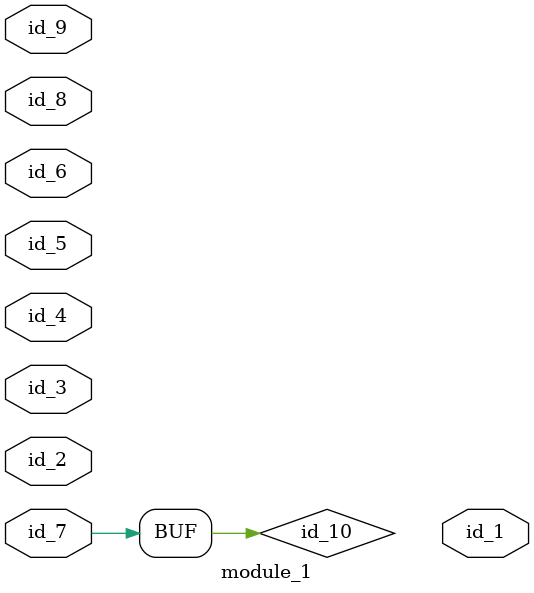
<source format=v>
module module_0 (
    id_1,
    id_2
);
  input wire id_2;
  input wire id_1;
  wire id_3, id_4, id_5;
  wire id_6;
  wire id_7;
  wire id_8;
  wire id_9;
endmodule
module module_1 (
    id_1,
    id_2,
    id_3,
    id_4,
    id_5,
    id_6,
    id_7,
    id_8,
    id_9
);
  inout wire id_9;
  input wire id_8;
  inout wire id_7;
  input wire id_6;
  input wire id_5;
  inout wire id_4;
  input wire id_3;
  inout wire id_2;
  output wire id_1;
  module_0 modCall_1 (
      id_4,
      id_2
  );
  reg id_10;
  always @(*) id_10 = #1 id_7;
endmodule

</source>
